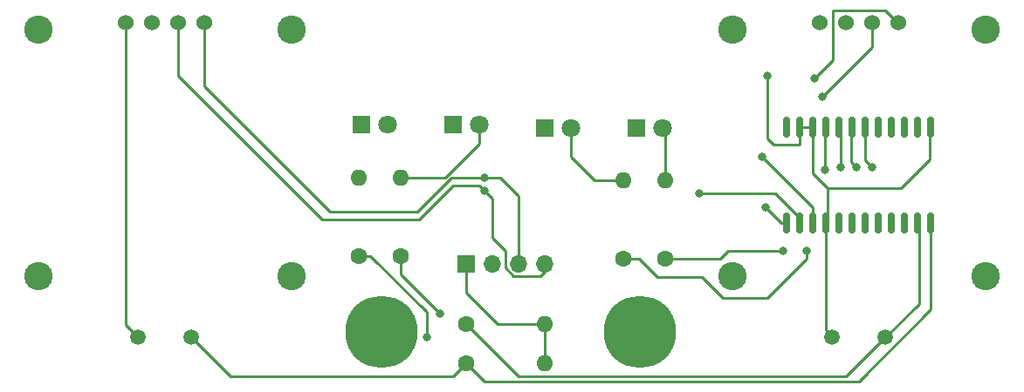
<source format=gbr>
%TF.GenerationSoftware,KiCad,Pcbnew,(6.0.5)*%
%TF.CreationDate,2022-08-06T13:23:44-04:00*%
%TF.ProjectId,RICM Greenpower Instrument Cluster,5249434d-2047-4726-9565-6e706f776572,rev?*%
%TF.SameCoordinates,Original*%
%TF.FileFunction,Copper,L2,Bot*%
%TF.FilePolarity,Positive*%
%FSLAX46Y46*%
G04 Gerber Fmt 4.6, Leading zero omitted, Abs format (unit mm)*
G04 Created by KiCad (PCBNEW (6.0.5)) date 2022-08-06 13:23:44*
%MOMM*%
%LPD*%
G01*
G04 APERTURE LIST*
G04 Aperture macros list*
%AMRoundRect*
0 Rectangle with rounded corners*
0 $1 Rounding radius*
0 $2 $3 $4 $5 $6 $7 $8 $9 X,Y pos of 4 corners*
0 Add a 4 corners polygon primitive as box body*
4,1,4,$2,$3,$4,$5,$6,$7,$8,$9,$2,$3,0*
0 Add four circle primitives for the rounded corners*
1,1,$1+$1,$2,$3*
1,1,$1+$1,$4,$5*
1,1,$1+$1,$6,$7*
1,1,$1+$1,$8,$9*
0 Add four rect primitives between the rounded corners*
20,1,$1+$1,$2,$3,$4,$5,0*
20,1,$1+$1,$4,$5,$6,$7,0*
20,1,$1+$1,$6,$7,$8,$9,0*
20,1,$1+$1,$8,$9,$2,$3,0*%
G04 Aperture macros list end*
%TA.AperFunction,ComponentPad*%
%ADD10C,1.500000*%
%TD*%
%TA.AperFunction,ComponentPad*%
%ADD11C,1.600000*%
%TD*%
%TA.AperFunction,ComponentPad*%
%ADD12O,1.600000X1.600000*%
%TD*%
%TA.AperFunction,ComponentPad*%
%ADD13R,1.800000X1.800000*%
%TD*%
%TA.AperFunction,ComponentPad*%
%ADD14C,1.800000*%
%TD*%
%TA.AperFunction,ComponentPad*%
%ADD15R,1.700000X1.700000*%
%TD*%
%TA.AperFunction,ComponentPad*%
%ADD16O,1.700000X1.700000*%
%TD*%
%TA.AperFunction,ComponentPad*%
%ADD17C,2.750000*%
%TD*%
%TA.AperFunction,ComponentPad*%
%ADD18C,1.524000*%
%TD*%
%TA.AperFunction,SMDPad,CuDef*%
%ADD19RoundRect,0.150000X-0.150000X0.875000X-0.150000X-0.875000X0.150000X-0.875000X0.150000X0.875000X0*%
%TD*%
%TA.AperFunction,ViaPad*%
%ADD20C,7.000000*%
%TD*%
%TA.AperFunction,ViaPad*%
%ADD21C,0.800000*%
%TD*%
%TA.AperFunction,Conductor*%
%ADD22C,0.250000*%
%TD*%
G04 APERTURE END LIST*
D10*
%TO.P,SW2,1,1*%
%TO.N,Net-(R6-Pad1)*%
X83846600Y-30516000D03*
%TO.P,SW2,2,2*%
%TO.N,GND*%
X78690400Y-30516000D03*
%TD*%
D11*
%TO.P,R3,1*%
%TO.N,Net-(R3-Pad1)*%
X36830000Y-22606000D03*
D12*
%TO.P,R3,2*%
%TO.N,Net-(D3-Pad2)*%
X36830000Y-14986000D03*
%TD*%
D13*
%TO.P,D3,1,K*%
%TO.N,GND*%
X41910000Y-9875000D03*
D14*
%TO.P,D3,2,A*%
%TO.N,Net-(D3-Pad2)*%
X44450000Y-9875000D03*
%TD*%
D10*
%TO.P,SW1,1,1*%
%TO.N,Net-(R5-Pad1)*%
X16536600Y-30516000D03*
%TO.P,SW1,2,2*%
%TO.N,GND*%
X11380400Y-30516000D03*
%TD*%
D13*
%TO.P,D1,1,K*%
%TO.N,GND*%
X59690000Y-10160000D03*
D14*
%TO.P,D1,2,A*%
%TO.N,Net-(D1-Pad2)*%
X62230000Y-10160000D03*
%TD*%
D15*
%TO.P,J1,1,Pin_1*%
%TO.N,+5V*%
X43190000Y-23360000D03*
D16*
%TO.P,J1,2,Pin_2*%
%TO.N,GND*%
X45730000Y-23360000D03*
%TO.P,J1,3,Pin_3*%
%TO.N,SDA*%
X48270000Y-23360000D03*
%TO.P,J1,4,Pin_4*%
%TO.N,SCL*%
X50810000Y-23360000D03*
%TD*%
D11*
%TO.P,R1,1*%
%TO.N,Net-(R1-Pad1)*%
X62484000Y-22860000D03*
D12*
%TO.P,R1,2*%
%TO.N,Net-(D1-Pad2)*%
X62484000Y-15240000D03*
%TD*%
D13*
%TO.P,D2,1,K*%
%TO.N,GND*%
X50800000Y-10160000D03*
D14*
%TO.P,D2,2,A*%
%TO.N,Net-(D2-Pad2)*%
X53340000Y-10160000D03*
%TD*%
D11*
%TO.P,R6,1*%
%TO.N,Net-(R6-Pad1)*%
X43180000Y-29210000D03*
D12*
%TO.P,R6,2*%
%TO.N,+5V*%
X50800000Y-29210000D03*
%TD*%
D17*
%TO.P,DS2,*%
%TO.N,*%
X1720000Y-24605000D03*
X26220000Y-605000D03*
X26220000Y-24605000D03*
X1720000Y-605000D03*
D18*
%TO.P,DS2,1,GND*%
%TO.N,GND*%
X10160000Y65000D03*
%TO.P,DS2,2,VCC*%
%TO.N,+5V*%
X12700000Y65000D03*
%TO.P,DS2,3,SCL*%
%TO.N,SCL*%
X15240000Y65000D03*
%TO.P,DS2,4,SDA*%
%TO.N,SDA*%
X17780000Y65000D03*
%TD*%
D11*
%TO.P,R4,1*%
%TO.N,Net-(R4-Pad1)*%
X32766000Y-22606000D03*
D12*
%TO.P,R4,2*%
%TO.N,Net-(D4-Pad2)*%
X32766000Y-14986000D03*
%TD*%
D11*
%TO.P,R2,1*%
%TO.N,Net-(R2-Pad1)*%
X58420000Y-22860000D03*
D12*
%TO.P,R2,2*%
%TO.N,Net-(D2-Pad2)*%
X58420000Y-15240000D03*
%TD*%
D11*
%TO.P,R5,1*%
%TO.N,Net-(R5-Pad1)*%
X43180000Y-33020000D03*
D12*
%TO.P,R5,2*%
%TO.N,+5V*%
X50800000Y-33020000D03*
%TD*%
D17*
%TO.P,DS1,*%
%TO.N,*%
X69030000Y-605000D03*
X93530000Y-605000D03*
X93530000Y-24605000D03*
X69030000Y-24605000D03*
D18*
%TO.P,DS1,1,GND*%
%TO.N,GND*%
X77470000Y65000D03*
%TO.P,DS1,2,VCC*%
%TO.N,+5V*%
X80010000Y65000D03*
%TO.P,DS1,3,SCL*%
%TO.N,SCL*%
X82550000Y65000D03*
%TO.P,DS1,4,SDA*%
%TO.N,SDA*%
X85090000Y65000D03*
%TD*%
D13*
%TO.P,D4,1,K*%
%TO.N,GND*%
X33020000Y-9875000D03*
D14*
%TO.P,D4,2,A*%
%TO.N,Net-(D4-Pad2)*%
X35560000Y-9875000D03*
%TD*%
D19*
%TO.P,U1,1,~{INT}*%
%TO.N,unconnected-(U1-Pad1)*%
X74295000Y-10082000D03*
%TO.P,U1,2,A1*%
%TO.N,GND*%
X75565000Y-10082000D03*
%TO.P,U1,3,A2*%
X76835000Y-10082000D03*
%TO.P,U1,4,IO0_0*%
%TO.N,Net-(R1-Pad1)*%
X78105000Y-10082000D03*
%TO.P,U1,5,IO0_1*%
%TO.N,Net-(R2-Pad1)*%
X79375000Y-10082000D03*
%TO.P,U1,6,IO0_2*%
%TO.N,Net-(R3-Pad1)*%
X80645000Y-10082000D03*
%TO.P,U1,7,IO0_3*%
%TO.N,Net-(R4-Pad1)*%
X81915000Y-10082000D03*
%TO.P,U1,8,IO0_4*%
%TO.N,unconnected-(U1-Pad8)*%
X83185000Y-10082000D03*
%TO.P,U1,9,IO0_5*%
%TO.N,unconnected-(U1-Pad9)*%
X84455000Y-10082000D03*
%TO.P,U1,10,IO0_6*%
%TO.N,unconnected-(U1-Pad10)*%
X85725000Y-10082000D03*
%TO.P,U1,11,IO0_7*%
%TO.N,unconnected-(U1-Pad11)*%
X86995000Y-10082000D03*
%TO.P,U1,12,VSS*%
%TO.N,GND*%
X88265000Y-10082000D03*
%TO.P,U1,13,IO1_0*%
%TO.N,Net-(R5-Pad1)*%
X88265000Y-19382000D03*
%TO.P,U1,14,IO1_1*%
%TO.N,Net-(R6-Pad1)*%
X86995000Y-19382000D03*
%TO.P,U1,15,IO1_2*%
%TO.N,unconnected-(U1-Pad15)*%
X85725000Y-19382000D03*
%TO.P,U1,16,IO1_3*%
%TO.N,unconnected-(U1-Pad16)*%
X84455000Y-19382000D03*
%TO.P,U1,17,IO1_4*%
%TO.N,unconnected-(U1-Pad17)*%
X83185000Y-19382000D03*
%TO.P,U1,18,IO1_5*%
%TO.N,unconnected-(U1-Pad18)*%
X81915000Y-19382000D03*
%TO.P,U1,19,IO1_6*%
%TO.N,unconnected-(U1-Pad19)*%
X80645000Y-19382000D03*
%TO.P,U1,20,IO1_7*%
%TO.N,unconnected-(U1-Pad20)*%
X79375000Y-19382000D03*
%TO.P,U1,21,A0*%
%TO.N,GND*%
X78105000Y-19382000D03*
%TO.P,U1,22,SCL*%
%TO.N,SCL*%
X76835000Y-19382000D03*
%TO.P,U1,23,SDA*%
%TO.N,SDA*%
X75565000Y-19382000D03*
%TO.P,U1,24,VDD*%
%TO.N,+5V*%
X74295000Y-19382000D03*
%TD*%
D20*
%TO.N,*%
X35000000Y-30000000D03*
X60000000Y-30000000D03*
D21*
%TO.N,GND*%
X72390000Y-5080000D03*
%TO.N,+5V*%
X72263000Y-17907000D03*
%TO.N,SCL*%
X77724000Y-7112000D03*
X71882000Y-12954000D03*
X44958000Y-16256000D03*
%TO.N,SDA*%
X65786000Y-16510000D03*
X44958000Y-14986000D03*
X76962000Y-5334000D03*
%TO.N,Net-(R1-Pad1)*%
X73914000Y-22098000D03*
X77978000Y-14224000D03*
%TO.N,Net-(R2-Pad1)*%
X79502000Y-13970000D03*
X76200000Y-22098000D03*
%TO.N,Net-(R3-Pad1)*%
X81026000Y-13970000D03*
X40640000Y-28194000D03*
%TO.N,Net-(R4-Pad1)*%
X82550000Y-13970000D03*
X39370000Y-30480000D03*
%TD*%
D22*
%TO.N,GND*%
X85344000Y-16002000D02*
X88138000Y-13208000D01*
X78232000Y-16002000D02*
X78232000Y-19304000D01*
X11380400Y-30516000D02*
X10160000Y-29295600D01*
X78232000Y-16002000D02*
X85344000Y-16002000D01*
X10160000Y-29295600D02*
X10160000Y0D01*
X88138000Y-13208000D02*
X88138000Y-9906000D01*
X75565000Y-11811000D02*
X73025000Y-11811000D01*
X76835000Y-14605000D02*
X78232000Y-16002000D01*
X72390000Y-11176000D02*
X72390000Y-5080000D01*
X75565000Y-10082000D02*
X76884000Y-10082000D01*
X73025000Y-11811000D02*
X72390000Y-11176000D01*
X78105000Y-19382000D02*
X78105000Y-29845000D01*
X76835000Y-10082000D02*
X76835000Y-14605000D01*
X75565000Y-10082000D02*
X75565000Y-11811000D01*
X78105000Y-29845000D02*
X78740000Y-30480000D01*
%TO.N,+5V*%
X43180000Y-26162000D02*
X43180000Y-23622000D01*
X74295000Y-19382000D02*
X73738000Y-19382000D01*
X73738000Y-19382000D02*
X72263000Y-17907000D01*
X50800000Y-33020000D02*
X50800000Y-29210000D01*
X46228000Y-29210000D02*
X43180000Y-26162000D01*
X50800000Y-29210000D02*
X46228000Y-29210000D01*
%TO.N,SCL*%
X29210000Y-19050000D02*
X38608000Y-19050000D01*
X82550000Y-2286000D02*
X82550000Y0D01*
X47783501Y-24534511D02*
X50395489Y-24534511D01*
X45730000Y-17028000D02*
X45730000Y-20820000D01*
X46990000Y-22080000D02*
X46990000Y-23741010D01*
X44450000Y-15748000D02*
X44958000Y-16256000D01*
X47095489Y-23741010D02*
X47095489Y-23846499D01*
X76835000Y-17907000D02*
X71882000Y-12954000D01*
X15240000Y-5080000D02*
X29210000Y-19050000D01*
X45730000Y-20820000D02*
X46990000Y-22080000D01*
X38608000Y-19050000D02*
X41910000Y-15748000D01*
X50395489Y-24534511D02*
X50800000Y-24130000D01*
X77724000Y-7112000D02*
X82550000Y-2286000D01*
X44958000Y-16256000D02*
X45730000Y-17028000D01*
X15240000Y-1270000D02*
X15240000Y0D01*
X41910000Y-15748000D02*
X44450000Y-15748000D01*
X47095489Y-23846499D02*
X47783501Y-24534511D01*
X50800000Y-24130000D02*
X50800000Y-22860000D01*
X46990000Y-23741010D02*
X47095489Y-23741010D01*
X76835000Y-19382000D02*
X76835000Y-17907000D01*
X15240000Y-1270000D02*
X15240000Y-5080000D01*
%TO.N,SDA*%
X46482000Y-14986000D02*
X48260000Y-16764000D01*
X38481718Y-18288000D02*
X29972000Y-18288000D01*
X78740000Y1270000D02*
X83820000Y1270000D01*
X17780000Y-6096000D02*
X17780000Y-1270000D01*
X76962000Y-5334000D02*
X78740000Y-3556000D01*
X73152000Y-16510000D02*
X65786000Y-16510000D01*
X29972000Y-18288000D02*
X17780000Y-6096000D01*
X41783718Y-14986000D02*
X38481718Y-18288000D01*
X83820000Y1270000D02*
X85090000Y0D01*
X75565000Y-19382000D02*
X75565000Y-18923000D01*
X48260000Y-16764000D02*
X48260000Y-23622000D01*
X44958000Y-14986000D02*
X46482000Y-14986000D01*
X17780000Y-1270000D02*
X17780000Y0D01*
X78740000Y-3556000D02*
X78740000Y1270000D01*
X44958000Y-14986000D02*
X41783718Y-14986000D01*
X75565000Y-18923000D02*
X73152000Y-16510000D01*
%TO.N,Net-(D1-Pad2)*%
X62484000Y-10414000D02*
X62230000Y-10160000D01*
X62484000Y-15240000D02*
X62484000Y-10414000D01*
%TO.N,Net-(D2-Pad2)*%
X53340000Y-12954000D02*
X53340000Y-10160000D01*
X55626000Y-15240000D02*
X53340000Y-12954000D01*
X58420000Y-15240000D02*
X55626000Y-15240000D01*
%TO.N,Net-(D3-Pad2)*%
X36830000Y-14986000D02*
X41148000Y-14986000D01*
X44450000Y-11684000D02*
X44450000Y-9906000D01*
X41148000Y-14986000D02*
X44450000Y-11684000D01*
%TO.N,Net-(R1-Pad1)*%
X67818000Y-22860000D02*
X68580000Y-22098000D01*
X77978000Y-14224000D02*
X77978000Y-10160000D01*
X68580000Y-22098000D02*
X73914000Y-22098000D01*
X62484000Y-22860000D02*
X67818000Y-22860000D01*
%TO.N,Net-(R2-Pad1)*%
X58420000Y-22860000D02*
X59944000Y-22860000D01*
X59944000Y-22860000D02*
X61214000Y-24130000D01*
X67564000Y-26162000D02*
X68072000Y-26670000D01*
X61722000Y-24638000D02*
X65786000Y-24638000D01*
X65786000Y-24638000D02*
X66040000Y-24638000D01*
X71120000Y-26670000D02*
X72390000Y-26670000D01*
X66040000Y-24638000D02*
X67564000Y-26162000D01*
X72390000Y-26670000D02*
X76200000Y-22860000D01*
X68072000Y-26670000D02*
X71120000Y-26670000D01*
X61214000Y-24130000D02*
X61722000Y-24638000D01*
X79502000Y-13970000D02*
X79502000Y-10668000D01*
X76200000Y-22860000D02*
X76200000Y-22098000D01*
%TO.N,Net-(R3-Pad1)*%
X36830000Y-24384000D02*
X40640000Y-28194000D01*
X36830000Y-22606000D02*
X36830000Y-24384000D01*
X80518000Y-13462000D02*
X80518000Y-10160000D01*
X81026000Y-13970000D02*
X80518000Y-13462000D01*
%TO.N,Net-(R4-Pad1)*%
X33897370Y-22606000D02*
X39370000Y-28078630D01*
X81915000Y-13335000D02*
X82550000Y-13970000D01*
X39370000Y-28078630D02*
X39370000Y-30480000D01*
X32766000Y-22606000D02*
X33897370Y-22606000D01*
X81915000Y-10082000D02*
X81915000Y-13335000D01*
%TO.N,Net-(R5-Pad1)*%
X81280000Y-34798000D02*
X44958000Y-34798000D01*
X88265000Y-19382000D02*
X88265000Y-27813000D01*
X16536600Y-30516000D02*
X20310600Y-34290000D01*
X20310600Y-34290000D02*
X41910000Y-34290000D01*
X88265000Y-27813000D02*
X81280000Y-34798000D01*
X44958000Y-34798000D02*
X43180000Y-33020000D01*
X41910000Y-34290000D02*
X43434000Y-32766000D01*
%TO.N,Net-(R6-Pad1)*%
X48260000Y-34290000D02*
X67818000Y-34290000D01*
X43180000Y-29210000D02*
X48260000Y-34290000D01*
X87122000Y-27240600D02*
X87122000Y-19558000D01*
X83846600Y-30516000D02*
X87122000Y-27240600D01*
X67818000Y-34290000D02*
X80010000Y-34290000D01*
X80010000Y-34290000D02*
X83820000Y-30480000D01*
%TD*%
M02*

</source>
